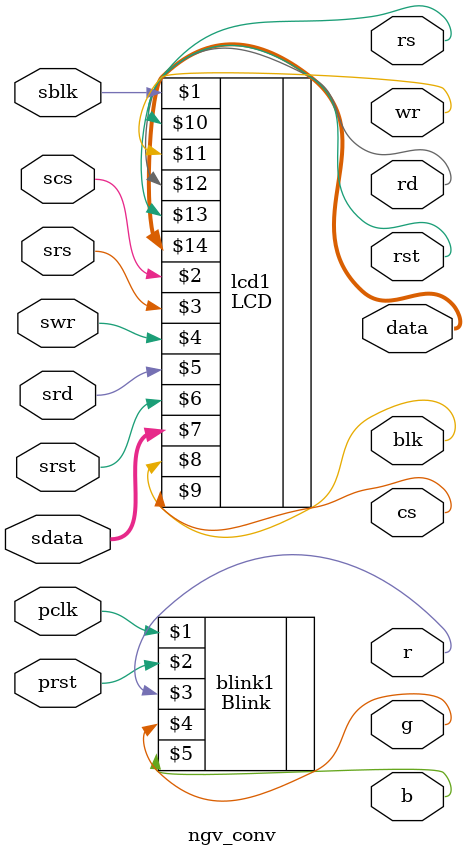
<source format=v>
`timescale 1ns/1ps

module ngv_conv(
	pclk, prst,
	r, g, b,
	
	sblk, scs, srs, swr, srd, srst, sdata,
	blk, cs, rs, wr, rd, rst, data,
);

	input pclk, prst;
	output r, g, b;
	Blink blink1(pclk, prst, r, g, b);
	
	input sblk, scs, srs, swr, srd, srst;
	input[23:0] sdata;
	output blk, cs, rs, wr, rd, rst;
	output[23:0] data;
	LCD lcd1(
		sblk, scs, srs, swr, srd, srst, sdata,
		blk, cs, rs, wr, rd, rst, data
	);
	
endmodule

</source>
